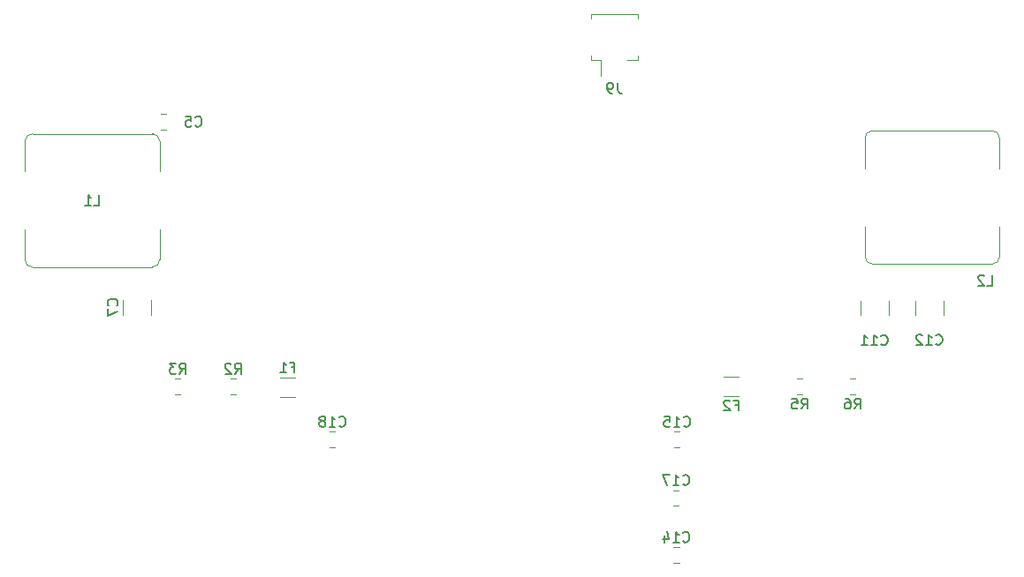
<source format=gbr>
%TF.GenerationSoftware,KiCad,Pcbnew,7.0.9*%
%TF.CreationDate,2023-12-24T18:07:12-08:00*%
%TF.ProjectId,RatatoulliBoard,52617461-746f-4756-9c6c-69426f617264,rev?*%
%TF.SameCoordinates,Original*%
%TF.FileFunction,Legend,Bot*%
%TF.FilePolarity,Positive*%
%FSLAX46Y46*%
G04 Gerber Fmt 4.6, Leading zero omitted, Abs format (unit mm)*
G04 Created by KiCad (PCBNEW 7.0.9) date 2023-12-24 18:07:12*
%MOMM*%
%LPD*%
G01*
G04 APERTURE LIST*
%ADD10C,0.150000*%
%ADD11C,0.120000*%
G04 APERTURE END LIST*
D10*
X122098901Y-69606469D02*
X122146520Y-69654089D01*
X122146520Y-69654089D02*
X122289377Y-69701708D01*
X122289377Y-69701708D02*
X122384615Y-69701708D01*
X122384615Y-69701708D02*
X122527472Y-69654089D01*
X122527472Y-69654089D02*
X122622710Y-69558850D01*
X122622710Y-69558850D02*
X122670329Y-69463612D01*
X122670329Y-69463612D02*
X122717948Y-69273136D01*
X122717948Y-69273136D02*
X122717948Y-69130279D01*
X122717948Y-69130279D02*
X122670329Y-68939803D01*
X122670329Y-68939803D02*
X122622710Y-68844565D01*
X122622710Y-68844565D02*
X122527472Y-68749327D01*
X122527472Y-68749327D02*
X122384615Y-68701708D01*
X122384615Y-68701708D02*
X122289377Y-68701708D01*
X122289377Y-68701708D02*
X122146520Y-68749327D01*
X122146520Y-68749327D02*
X122098901Y-68796946D01*
X121146520Y-69701708D02*
X121717948Y-69701708D01*
X121432234Y-69701708D02*
X121432234Y-68701708D01*
X121432234Y-68701708D02*
X121527472Y-68844565D01*
X121527472Y-68844565D02*
X121622710Y-68939803D01*
X121622710Y-68939803D02*
X121717948Y-68987422D01*
X120194139Y-69701708D02*
X120765567Y-69701708D01*
X120479853Y-69701708D02*
X120479853Y-68701708D01*
X120479853Y-68701708D02*
X120575091Y-68844565D01*
X120575091Y-68844565D02*
X120670329Y-68939803D01*
X120670329Y-68939803D02*
X120765567Y-68987422D01*
X103116821Y-88499176D02*
X103164440Y-88546796D01*
X103164440Y-88546796D02*
X103307297Y-88594415D01*
X103307297Y-88594415D02*
X103402535Y-88594415D01*
X103402535Y-88594415D02*
X103545392Y-88546796D01*
X103545392Y-88546796D02*
X103640630Y-88451557D01*
X103640630Y-88451557D02*
X103688249Y-88356319D01*
X103688249Y-88356319D02*
X103735868Y-88165843D01*
X103735868Y-88165843D02*
X103735868Y-88022986D01*
X103735868Y-88022986D02*
X103688249Y-87832510D01*
X103688249Y-87832510D02*
X103640630Y-87737272D01*
X103640630Y-87737272D02*
X103545392Y-87642034D01*
X103545392Y-87642034D02*
X103402535Y-87594415D01*
X103402535Y-87594415D02*
X103307297Y-87594415D01*
X103307297Y-87594415D02*
X103164440Y-87642034D01*
X103164440Y-87642034D02*
X103116821Y-87689653D01*
X102164440Y-88594415D02*
X102735868Y-88594415D01*
X102450154Y-88594415D02*
X102450154Y-87594415D01*
X102450154Y-87594415D02*
X102545392Y-87737272D01*
X102545392Y-87737272D02*
X102640630Y-87832510D01*
X102640630Y-87832510D02*
X102735868Y-87880129D01*
X101307297Y-87927748D02*
X101307297Y-88594415D01*
X101545392Y-87546796D02*
X101783487Y-88261081D01*
X101783487Y-88261081D02*
X101164440Y-88261081D01*
X65560679Y-71799055D02*
X65894012Y-71799055D01*
X65894012Y-72322865D02*
X65894012Y-71322865D01*
X65894012Y-71322865D02*
X65417822Y-71322865D01*
X64513060Y-72322865D02*
X65084488Y-72322865D01*
X64798774Y-72322865D02*
X64798774Y-71322865D01*
X64798774Y-71322865D02*
X64894012Y-71465722D01*
X64894012Y-71465722D02*
X64989250Y-71560960D01*
X64989250Y-71560960D02*
X65084488Y-71608579D01*
X70172857Y-77419580D02*
X70220476Y-77467200D01*
X70220476Y-77467200D02*
X70363333Y-77514819D01*
X70363333Y-77514819D02*
X70458571Y-77514819D01*
X70458571Y-77514819D02*
X70601428Y-77467200D01*
X70601428Y-77467200D02*
X70696666Y-77371961D01*
X70696666Y-77371961D02*
X70744285Y-77276723D01*
X70744285Y-77276723D02*
X70791904Y-77086247D01*
X70791904Y-77086247D02*
X70791904Y-76943390D01*
X70791904Y-76943390D02*
X70744285Y-76752914D01*
X70744285Y-76752914D02*
X70696666Y-76657676D01*
X70696666Y-76657676D02*
X70601428Y-76562438D01*
X70601428Y-76562438D02*
X70458571Y-76514819D01*
X70458571Y-76514819D02*
X70363333Y-76514819D01*
X70363333Y-76514819D02*
X70220476Y-76562438D01*
X70220476Y-76562438D02*
X70172857Y-76610057D01*
X69220476Y-77514819D02*
X69791904Y-77514819D01*
X69506190Y-77514819D02*
X69506190Y-76514819D01*
X69506190Y-76514819D02*
X69601428Y-76657676D01*
X69601428Y-76657676D02*
X69696666Y-76752914D01*
X69696666Y-76752914D02*
X69791904Y-76800533D01*
X68649047Y-76943390D02*
X68744285Y-76895771D01*
X68744285Y-76895771D02*
X68791904Y-76848152D01*
X68791904Y-76848152D02*
X68839523Y-76752914D01*
X68839523Y-76752914D02*
X68839523Y-76705295D01*
X68839523Y-76705295D02*
X68791904Y-76610057D01*
X68791904Y-76610057D02*
X68744285Y-76562438D01*
X68744285Y-76562438D02*
X68649047Y-76514819D01*
X68649047Y-76514819D02*
X68458571Y-76514819D01*
X68458571Y-76514819D02*
X68363333Y-76562438D01*
X68363333Y-76562438D02*
X68315714Y-76610057D01*
X68315714Y-76610057D02*
X68268095Y-76705295D01*
X68268095Y-76705295D02*
X68268095Y-76752914D01*
X68268095Y-76752914D02*
X68315714Y-76848152D01*
X68315714Y-76848152D02*
X68363333Y-76895771D01*
X68363333Y-76895771D02*
X68458571Y-76943390D01*
X68458571Y-76943390D02*
X68649047Y-76943390D01*
X68649047Y-76943390D02*
X68744285Y-76991009D01*
X68744285Y-76991009D02*
X68791904Y-77038628D01*
X68791904Y-77038628D02*
X68839523Y-77133866D01*
X68839523Y-77133866D02*
X68839523Y-77324342D01*
X68839523Y-77324342D02*
X68791904Y-77419580D01*
X68791904Y-77419580D02*
X68744285Y-77467200D01*
X68744285Y-77467200D02*
X68649047Y-77514819D01*
X68649047Y-77514819D02*
X68458571Y-77514819D01*
X68458571Y-77514819D02*
X68363333Y-77467200D01*
X68363333Y-77467200D02*
X68315714Y-77419580D01*
X68315714Y-77419580D02*
X68268095Y-77324342D01*
X68268095Y-77324342D02*
X68268095Y-77133866D01*
X68268095Y-77133866D02*
X68315714Y-77038628D01*
X68315714Y-77038628D02*
X68363333Y-76991009D01*
X68363333Y-76991009D02*
X68458571Y-76943390D01*
X46677274Y-56247913D02*
X47153464Y-56247913D01*
X47153464Y-56247913D02*
X47153464Y-55247913D01*
X45820131Y-56247913D02*
X46391559Y-56247913D01*
X46105845Y-56247913D02*
X46105845Y-55247913D01*
X46105845Y-55247913D02*
X46201083Y-55390770D01*
X46201083Y-55390770D02*
X46296321Y-55486008D01*
X46296321Y-55486008D02*
X46391559Y-55533627D01*
X60176666Y-72434819D02*
X60509999Y-71958628D01*
X60748094Y-72434819D02*
X60748094Y-71434819D01*
X60748094Y-71434819D02*
X60367142Y-71434819D01*
X60367142Y-71434819D02*
X60271904Y-71482438D01*
X60271904Y-71482438D02*
X60224285Y-71530057D01*
X60224285Y-71530057D02*
X60176666Y-71625295D01*
X60176666Y-71625295D02*
X60176666Y-71768152D01*
X60176666Y-71768152D02*
X60224285Y-71863390D01*
X60224285Y-71863390D02*
X60271904Y-71911009D01*
X60271904Y-71911009D02*
X60367142Y-71958628D01*
X60367142Y-71958628D02*
X60748094Y-71958628D01*
X59795713Y-71530057D02*
X59748094Y-71482438D01*
X59748094Y-71482438D02*
X59652856Y-71434819D01*
X59652856Y-71434819D02*
X59414761Y-71434819D01*
X59414761Y-71434819D02*
X59319523Y-71482438D01*
X59319523Y-71482438D02*
X59271904Y-71530057D01*
X59271904Y-71530057D02*
X59224285Y-71625295D01*
X59224285Y-71625295D02*
X59224285Y-71720533D01*
X59224285Y-71720533D02*
X59271904Y-71863390D01*
X59271904Y-71863390D02*
X59843332Y-72434819D01*
X59843332Y-72434819D02*
X59224285Y-72434819D01*
X103107000Y-83018041D02*
X103154619Y-83065661D01*
X103154619Y-83065661D02*
X103297476Y-83113280D01*
X103297476Y-83113280D02*
X103392714Y-83113280D01*
X103392714Y-83113280D02*
X103535571Y-83065661D01*
X103535571Y-83065661D02*
X103630809Y-82970422D01*
X103630809Y-82970422D02*
X103678428Y-82875184D01*
X103678428Y-82875184D02*
X103726047Y-82684708D01*
X103726047Y-82684708D02*
X103726047Y-82541851D01*
X103726047Y-82541851D02*
X103678428Y-82351375D01*
X103678428Y-82351375D02*
X103630809Y-82256137D01*
X103630809Y-82256137D02*
X103535571Y-82160899D01*
X103535571Y-82160899D02*
X103392714Y-82113280D01*
X103392714Y-82113280D02*
X103297476Y-82113280D01*
X103297476Y-82113280D02*
X103154619Y-82160899D01*
X103154619Y-82160899D02*
X103107000Y-82208518D01*
X102154619Y-83113280D02*
X102726047Y-83113280D01*
X102440333Y-83113280D02*
X102440333Y-82113280D01*
X102440333Y-82113280D02*
X102535571Y-82256137D01*
X102535571Y-82256137D02*
X102630809Y-82351375D01*
X102630809Y-82351375D02*
X102726047Y-82398994D01*
X101821285Y-82113280D02*
X101154619Y-82113280D01*
X101154619Y-82113280D02*
X101583190Y-83113280D01*
X108078333Y-75441009D02*
X108411666Y-75441009D01*
X108411666Y-75964819D02*
X108411666Y-74964819D01*
X108411666Y-74964819D02*
X107935476Y-74964819D01*
X107602142Y-75060057D02*
X107554523Y-75012438D01*
X107554523Y-75012438D02*
X107459285Y-74964819D01*
X107459285Y-74964819D02*
X107221190Y-74964819D01*
X107221190Y-74964819D02*
X107125952Y-75012438D01*
X107125952Y-75012438D02*
X107078333Y-75060057D01*
X107078333Y-75060057D02*
X107030714Y-75155295D01*
X107030714Y-75155295D02*
X107030714Y-75250533D01*
X107030714Y-75250533D02*
X107078333Y-75393390D01*
X107078333Y-75393390D02*
X107649761Y-75964819D01*
X107649761Y-75964819D02*
X107030714Y-75964819D01*
X119546666Y-75794819D02*
X119879999Y-75318628D01*
X120118094Y-75794819D02*
X120118094Y-74794819D01*
X120118094Y-74794819D02*
X119737142Y-74794819D01*
X119737142Y-74794819D02*
X119641904Y-74842438D01*
X119641904Y-74842438D02*
X119594285Y-74890057D01*
X119594285Y-74890057D02*
X119546666Y-74985295D01*
X119546666Y-74985295D02*
X119546666Y-75128152D01*
X119546666Y-75128152D02*
X119594285Y-75223390D01*
X119594285Y-75223390D02*
X119641904Y-75271009D01*
X119641904Y-75271009D02*
X119737142Y-75318628D01*
X119737142Y-75318628D02*
X120118094Y-75318628D01*
X118689523Y-74794819D02*
X118879999Y-74794819D01*
X118879999Y-74794819D02*
X118975237Y-74842438D01*
X118975237Y-74842438D02*
X119022856Y-74890057D01*
X119022856Y-74890057D02*
X119118094Y-75032914D01*
X119118094Y-75032914D02*
X119165713Y-75223390D01*
X119165713Y-75223390D02*
X119165713Y-75604342D01*
X119165713Y-75604342D02*
X119118094Y-75699580D01*
X119118094Y-75699580D02*
X119070475Y-75747200D01*
X119070475Y-75747200D02*
X118975237Y-75794819D01*
X118975237Y-75794819D02*
X118784761Y-75794819D01*
X118784761Y-75794819D02*
X118689523Y-75747200D01*
X118689523Y-75747200D02*
X118641904Y-75699580D01*
X118641904Y-75699580D02*
X118594285Y-75604342D01*
X118594285Y-75604342D02*
X118594285Y-75366247D01*
X118594285Y-75366247D02*
X118641904Y-75271009D01*
X118641904Y-75271009D02*
X118689523Y-75223390D01*
X118689523Y-75223390D02*
X118784761Y-75175771D01*
X118784761Y-75175771D02*
X118975237Y-75175771D01*
X118975237Y-75175771D02*
X119070475Y-75223390D01*
X119070475Y-75223390D02*
X119118094Y-75271009D01*
X119118094Y-75271009D02*
X119165713Y-75366247D01*
X103192857Y-77419580D02*
X103240476Y-77467200D01*
X103240476Y-77467200D02*
X103383333Y-77514819D01*
X103383333Y-77514819D02*
X103478571Y-77514819D01*
X103478571Y-77514819D02*
X103621428Y-77467200D01*
X103621428Y-77467200D02*
X103716666Y-77371961D01*
X103716666Y-77371961D02*
X103764285Y-77276723D01*
X103764285Y-77276723D02*
X103811904Y-77086247D01*
X103811904Y-77086247D02*
X103811904Y-76943390D01*
X103811904Y-76943390D02*
X103764285Y-76752914D01*
X103764285Y-76752914D02*
X103716666Y-76657676D01*
X103716666Y-76657676D02*
X103621428Y-76562438D01*
X103621428Y-76562438D02*
X103478571Y-76514819D01*
X103478571Y-76514819D02*
X103383333Y-76514819D01*
X103383333Y-76514819D02*
X103240476Y-76562438D01*
X103240476Y-76562438D02*
X103192857Y-76610057D01*
X102240476Y-77514819D02*
X102811904Y-77514819D01*
X102526190Y-77514819D02*
X102526190Y-76514819D01*
X102526190Y-76514819D02*
X102621428Y-76657676D01*
X102621428Y-76657676D02*
X102716666Y-76752914D01*
X102716666Y-76752914D02*
X102811904Y-76800533D01*
X101335714Y-76514819D02*
X101811904Y-76514819D01*
X101811904Y-76514819D02*
X101859523Y-76991009D01*
X101859523Y-76991009D02*
X101811904Y-76943390D01*
X101811904Y-76943390D02*
X101716666Y-76895771D01*
X101716666Y-76895771D02*
X101478571Y-76895771D01*
X101478571Y-76895771D02*
X101383333Y-76943390D01*
X101383333Y-76943390D02*
X101335714Y-76991009D01*
X101335714Y-76991009D02*
X101288095Y-77086247D01*
X101288095Y-77086247D02*
X101288095Y-77324342D01*
X101288095Y-77324342D02*
X101335714Y-77419580D01*
X101335714Y-77419580D02*
X101383333Y-77467200D01*
X101383333Y-77467200D02*
X101478571Y-77514819D01*
X101478571Y-77514819D02*
X101716666Y-77514819D01*
X101716666Y-77514819D02*
X101811904Y-77467200D01*
X101811904Y-77467200D02*
X101859523Y-77419580D01*
X114466666Y-75794819D02*
X114799999Y-75318628D01*
X115038094Y-75794819D02*
X115038094Y-74794819D01*
X115038094Y-74794819D02*
X114657142Y-74794819D01*
X114657142Y-74794819D02*
X114561904Y-74842438D01*
X114561904Y-74842438D02*
X114514285Y-74890057D01*
X114514285Y-74890057D02*
X114466666Y-74985295D01*
X114466666Y-74985295D02*
X114466666Y-75128152D01*
X114466666Y-75128152D02*
X114514285Y-75223390D01*
X114514285Y-75223390D02*
X114561904Y-75271009D01*
X114561904Y-75271009D02*
X114657142Y-75318628D01*
X114657142Y-75318628D02*
X115038094Y-75318628D01*
X113561904Y-74794819D02*
X114038094Y-74794819D01*
X114038094Y-74794819D02*
X114085713Y-75271009D01*
X114085713Y-75271009D02*
X114038094Y-75223390D01*
X114038094Y-75223390D02*
X113942856Y-75175771D01*
X113942856Y-75175771D02*
X113704761Y-75175771D01*
X113704761Y-75175771D02*
X113609523Y-75223390D01*
X113609523Y-75223390D02*
X113561904Y-75271009D01*
X113561904Y-75271009D02*
X113514285Y-75366247D01*
X113514285Y-75366247D02*
X113514285Y-75604342D01*
X113514285Y-75604342D02*
X113561904Y-75699580D01*
X113561904Y-75699580D02*
X113609523Y-75747200D01*
X113609523Y-75747200D02*
X113704761Y-75794819D01*
X113704761Y-75794819D02*
X113942856Y-75794819D01*
X113942856Y-75794819D02*
X114038094Y-75747200D01*
X114038094Y-75747200D02*
X114085713Y-75699580D01*
X56371617Y-48619580D02*
X56419236Y-48667200D01*
X56419236Y-48667200D02*
X56562093Y-48714819D01*
X56562093Y-48714819D02*
X56657331Y-48714819D01*
X56657331Y-48714819D02*
X56800188Y-48667200D01*
X56800188Y-48667200D02*
X56895426Y-48571961D01*
X56895426Y-48571961D02*
X56943045Y-48476723D01*
X56943045Y-48476723D02*
X56990664Y-48286247D01*
X56990664Y-48286247D02*
X56990664Y-48143390D01*
X56990664Y-48143390D02*
X56943045Y-47952914D01*
X56943045Y-47952914D02*
X56895426Y-47857676D01*
X56895426Y-47857676D02*
X56800188Y-47762438D01*
X56800188Y-47762438D02*
X56657331Y-47714819D01*
X56657331Y-47714819D02*
X56562093Y-47714819D01*
X56562093Y-47714819D02*
X56419236Y-47762438D01*
X56419236Y-47762438D02*
X56371617Y-47810057D01*
X55466855Y-47714819D02*
X55943045Y-47714819D01*
X55943045Y-47714819D02*
X55990664Y-48191009D01*
X55990664Y-48191009D02*
X55943045Y-48143390D01*
X55943045Y-48143390D02*
X55847807Y-48095771D01*
X55847807Y-48095771D02*
X55609712Y-48095771D01*
X55609712Y-48095771D02*
X55514474Y-48143390D01*
X55514474Y-48143390D02*
X55466855Y-48191009D01*
X55466855Y-48191009D02*
X55419236Y-48286247D01*
X55419236Y-48286247D02*
X55419236Y-48524342D01*
X55419236Y-48524342D02*
X55466855Y-48619580D01*
X55466855Y-48619580D02*
X55514474Y-48667200D01*
X55514474Y-48667200D02*
X55609712Y-48714819D01*
X55609712Y-48714819D02*
X55847807Y-48714819D01*
X55847807Y-48714819D02*
X55943045Y-48667200D01*
X55943045Y-48667200D02*
X55990664Y-48619580D01*
X127345323Y-69568338D02*
X127392942Y-69615958D01*
X127392942Y-69615958D02*
X127535799Y-69663577D01*
X127535799Y-69663577D02*
X127631037Y-69663577D01*
X127631037Y-69663577D02*
X127773894Y-69615958D01*
X127773894Y-69615958D02*
X127869132Y-69520719D01*
X127869132Y-69520719D02*
X127916751Y-69425481D01*
X127916751Y-69425481D02*
X127964370Y-69235005D01*
X127964370Y-69235005D02*
X127964370Y-69092148D01*
X127964370Y-69092148D02*
X127916751Y-68901672D01*
X127916751Y-68901672D02*
X127869132Y-68806434D01*
X127869132Y-68806434D02*
X127773894Y-68711196D01*
X127773894Y-68711196D02*
X127631037Y-68663577D01*
X127631037Y-68663577D02*
X127535799Y-68663577D01*
X127535799Y-68663577D02*
X127392942Y-68711196D01*
X127392942Y-68711196D02*
X127345323Y-68758815D01*
X126392942Y-69663577D02*
X126964370Y-69663577D01*
X126678656Y-69663577D02*
X126678656Y-68663577D01*
X126678656Y-68663577D02*
X126773894Y-68806434D01*
X126773894Y-68806434D02*
X126869132Y-68901672D01*
X126869132Y-68901672D02*
X126964370Y-68949291D01*
X126011989Y-68758815D02*
X125964370Y-68711196D01*
X125964370Y-68711196D02*
X125869132Y-68663577D01*
X125869132Y-68663577D02*
X125631037Y-68663577D01*
X125631037Y-68663577D02*
X125535799Y-68711196D01*
X125535799Y-68711196D02*
X125488180Y-68758815D01*
X125488180Y-68758815D02*
X125440561Y-68854053D01*
X125440561Y-68854053D02*
X125440561Y-68949291D01*
X125440561Y-68949291D02*
X125488180Y-69092148D01*
X125488180Y-69092148D02*
X126059608Y-69663577D01*
X126059608Y-69663577D02*
X125440561Y-69663577D01*
X96853333Y-44494819D02*
X96853333Y-45209104D01*
X96853333Y-45209104D02*
X96900952Y-45351961D01*
X96900952Y-45351961D02*
X96996190Y-45447200D01*
X96996190Y-45447200D02*
X97139047Y-45494819D01*
X97139047Y-45494819D02*
X97234285Y-45494819D01*
X96329523Y-45494819D02*
X96139047Y-45494819D01*
X96139047Y-45494819D02*
X96043809Y-45447200D01*
X96043809Y-45447200D02*
X95996190Y-45399580D01*
X95996190Y-45399580D02*
X95900952Y-45256723D01*
X95900952Y-45256723D02*
X95853333Y-45066247D01*
X95853333Y-45066247D02*
X95853333Y-44685295D01*
X95853333Y-44685295D02*
X95900952Y-44590057D01*
X95900952Y-44590057D02*
X95948571Y-44542438D01*
X95948571Y-44542438D02*
X96043809Y-44494819D01*
X96043809Y-44494819D02*
X96234285Y-44494819D01*
X96234285Y-44494819D02*
X96329523Y-44542438D01*
X96329523Y-44542438D02*
X96377142Y-44590057D01*
X96377142Y-44590057D02*
X96424761Y-44685295D01*
X96424761Y-44685295D02*
X96424761Y-44923390D01*
X96424761Y-44923390D02*
X96377142Y-45018628D01*
X96377142Y-45018628D02*
X96329523Y-45066247D01*
X96329523Y-45066247D02*
X96234285Y-45113866D01*
X96234285Y-45113866D02*
X96043809Y-45113866D01*
X96043809Y-45113866D02*
X95948571Y-45066247D01*
X95948571Y-45066247D02*
X95900952Y-45018628D01*
X95900952Y-45018628D02*
X95853333Y-44923390D01*
X54866666Y-72434819D02*
X55199999Y-71958628D01*
X55438094Y-72434819D02*
X55438094Y-71434819D01*
X55438094Y-71434819D02*
X55057142Y-71434819D01*
X55057142Y-71434819D02*
X54961904Y-71482438D01*
X54961904Y-71482438D02*
X54914285Y-71530057D01*
X54914285Y-71530057D02*
X54866666Y-71625295D01*
X54866666Y-71625295D02*
X54866666Y-71768152D01*
X54866666Y-71768152D02*
X54914285Y-71863390D01*
X54914285Y-71863390D02*
X54961904Y-71911009D01*
X54961904Y-71911009D02*
X55057142Y-71958628D01*
X55057142Y-71958628D02*
X55438094Y-71958628D01*
X54533332Y-71434819D02*
X53914285Y-71434819D01*
X53914285Y-71434819D02*
X54247618Y-71815771D01*
X54247618Y-71815771D02*
X54104761Y-71815771D01*
X54104761Y-71815771D02*
X54009523Y-71863390D01*
X54009523Y-71863390D02*
X53961904Y-71911009D01*
X53961904Y-71911009D02*
X53914285Y-72006247D01*
X53914285Y-72006247D02*
X53914285Y-72244342D01*
X53914285Y-72244342D02*
X53961904Y-72339580D01*
X53961904Y-72339580D02*
X54009523Y-72387200D01*
X54009523Y-72387200D02*
X54104761Y-72434819D01*
X54104761Y-72434819D02*
X54390475Y-72434819D01*
X54390475Y-72434819D02*
X54485713Y-72387200D01*
X54485713Y-72387200D02*
X54533332Y-72339580D01*
X48859580Y-65873333D02*
X48907200Y-65825714D01*
X48907200Y-65825714D02*
X48954819Y-65682857D01*
X48954819Y-65682857D02*
X48954819Y-65587619D01*
X48954819Y-65587619D02*
X48907200Y-65444762D01*
X48907200Y-65444762D02*
X48811961Y-65349524D01*
X48811961Y-65349524D02*
X48716723Y-65301905D01*
X48716723Y-65301905D02*
X48526247Y-65254286D01*
X48526247Y-65254286D02*
X48383390Y-65254286D01*
X48383390Y-65254286D02*
X48192914Y-65301905D01*
X48192914Y-65301905D02*
X48097676Y-65349524D01*
X48097676Y-65349524D02*
X48002438Y-65444762D01*
X48002438Y-65444762D02*
X47954819Y-65587619D01*
X47954819Y-65587619D02*
X47954819Y-65682857D01*
X47954819Y-65682857D02*
X48002438Y-65825714D01*
X48002438Y-65825714D02*
X48050057Y-65873333D01*
X47954819Y-66206667D02*
X47954819Y-66873333D01*
X47954819Y-66873333D02*
X48954819Y-66444762D01*
X132246666Y-63954819D02*
X132722856Y-63954819D01*
X132722856Y-63954819D02*
X132722856Y-62954819D01*
X131960951Y-63050057D02*
X131913332Y-63002438D01*
X131913332Y-63002438D02*
X131818094Y-62954819D01*
X131818094Y-62954819D02*
X131579999Y-62954819D01*
X131579999Y-62954819D02*
X131484761Y-63002438D01*
X131484761Y-63002438D02*
X131437142Y-63050057D01*
X131437142Y-63050057D02*
X131389523Y-63145295D01*
X131389523Y-63145295D02*
X131389523Y-63240533D01*
X131389523Y-63240533D02*
X131437142Y-63383390D01*
X131437142Y-63383390D02*
X132008570Y-63954819D01*
X132008570Y-63954819D02*
X131389523Y-63954819D01*
D11*
%TO.C,C11*%
X120096044Y-65407300D02*
X120096044Y-66829804D01*
X122816044Y-65407300D02*
X122816044Y-66829804D01*
%TO.C,C14*%
X102735216Y-90554596D02*
X102212712Y-90554596D01*
X102735216Y-89084596D02*
X102212712Y-89084596D01*
%TO.C,F1*%
X65938598Y-74628046D02*
X64516094Y-74628046D01*
X65938598Y-72808046D02*
X64516094Y-72808046D01*
%TO.C,C18*%
X69791252Y-79475000D02*
X69268748Y-79475000D01*
X69791252Y-78005000D02*
X69268748Y-78005000D01*
%TO.C,L1*%
X40060608Y-52993094D02*
X40060608Y-50093094D01*
X40060608Y-61543094D02*
X40060608Y-58593094D01*
X40760608Y-62193094D02*
X52260608Y-62193094D01*
X52260608Y-49393094D02*
X40760608Y-49393094D01*
X52960608Y-52993094D02*
X52960608Y-50093094D01*
X52960608Y-61493094D02*
X52960608Y-58593094D01*
X40760608Y-49393094D02*
G75*
G03*
X40060608Y-50093094I-1J-699999D01*
G01*
X40060608Y-61493094D02*
G75*
G03*
X40760608Y-62193094I699999J-1D01*
G01*
X52960608Y-50093094D02*
G75*
G03*
X52260608Y-49393094I-700000J0D01*
G01*
X52260608Y-62193094D02*
G75*
G03*
X52960608Y-61493094I0J700000D01*
G01*
%TO.C,R2*%
X60271252Y-74395000D02*
X59748748Y-74395000D01*
X60271252Y-72925000D02*
X59748748Y-72925000D01*
%TO.C,C17*%
X102725395Y-85073461D02*
X102202891Y-85073461D01*
X102725395Y-83603461D02*
X102202891Y-83603461D01*
%TO.C,F2*%
X107033748Y-72750000D02*
X108456252Y-72750000D01*
X107033748Y-74570000D02*
X108456252Y-74570000D01*
%TO.C,R6*%
X119118748Y-72925000D02*
X119641252Y-72925000D01*
X119118748Y-74395000D02*
X119641252Y-74395000D01*
%TO.C,C15*%
X102811252Y-79475000D02*
X102288748Y-79475000D01*
X102811252Y-78005000D02*
X102288748Y-78005000D01*
%TO.C,R5*%
X114038748Y-72925000D02*
X114561252Y-72925000D01*
X114038748Y-74395000D02*
X114561252Y-74395000D01*
%TO.C,C5*%
X53078748Y-47525000D02*
X53601252Y-47525000D01*
X53078748Y-48995000D02*
X53601252Y-48995000D01*
%TO.C,C12*%
X128062466Y-65407300D02*
X128062466Y-66829804D01*
X125342466Y-65407300D02*
X125342466Y-66829804D01*
%TO.C,J9*%
X94285000Y-37930000D02*
X98755000Y-37930000D01*
X94285000Y-38380000D02*
X94285000Y-37930000D01*
X94285000Y-41900000D02*
X94285000Y-42350000D01*
X94285000Y-42350000D02*
X95235000Y-42350000D01*
X95235000Y-42350000D02*
X95235000Y-43840000D01*
X98755000Y-37930000D02*
X98755000Y-38380000D01*
X98755000Y-41900000D02*
X98755000Y-42350000D01*
X98755000Y-42350000D02*
X97805000Y-42350000D01*
%TO.C,R3*%
X54961252Y-74395000D02*
X54438748Y-74395000D01*
X54961252Y-72925000D02*
X54438748Y-72925000D01*
%TO.C,C7*%
X52160000Y-65328748D02*
X52160000Y-66751252D01*
X49440000Y-65328748D02*
X49440000Y-66751252D01*
%TO.C,L2*%
X133450000Y-58300000D02*
X133450000Y-61200000D01*
X133450000Y-49750000D02*
X133450000Y-52700000D01*
X132750000Y-49100000D02*
X121250000Y-49100000D01*
X121250000Y-61900000D02*
X132750000Y-61900000D01*
X120550000Y-58300000D02*
X120550000Y-61200000D01*
X120550000Y-49800000D02*
X120550000Y-52700000D01*
X132750000Y-61900000D02*
G75*
G03*
X133450000Y-61200000I1J699999D01*
G01*
X133450000Y-49800000D02*
G75*
G03*
X132750000Y-49100000I-699999J1D01*
G01*
X120550000Y-61200000D02*
G75*
G03*
X121250000Y-61900000I700000J0D01*
G01*
X121250000Y-49100000D02*
G75*
G03*
X120550000Y-49800000I0J-700000D01*
G01*
%TD*%
M02*

</source>
